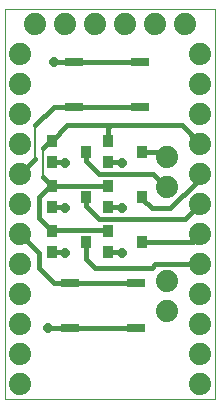
<source format=gtl>
G75*
%MOIN*%
%OFA0B0*%
%FSLAX24Y24*%
%IPPOS*%
%LPD*%
%AMOC8*
5,1,8,0,0,1.08239X$1,22.5*
%
%ADD10C,0.0000*%
%ADD11C,0.0740*%
%ADD12R,0.0354X0.0433*%
%ADD13R,0.0600X0.0300*%
%ADD14C,0.0160*%
%ADD15OC8,0.0317*%
%ADD16C,0.0080*%
D10*
X000125Y000125D02*
X000125Y013121D01*
X007120Y013121D01*
X007120Y000125D01*
X000125Y000125D01*
D11*
X000625Y000625D03*
X000625Y001625D03*
X000625Y002625D03*
X000625Y003625D03*
X000625Y004625D03*
X000625Y005625D03*
X000625Y006625D03*
X000625Y007625D03*
X000625Y008625D03*
X000625Y009625D03*
X000625Y010625D03*
X000625Y011625D03*
X001125Y012625D03*
X002125Y012625D03*
X003125Y012625D03*
X004125Y012625D03*
X005125Y012625D03*
X006125Y012625D03*
X006625Y011625D03*
X006625Y010625D03*
X006625Y009625D03*
X006625Y008625D03*
X006625Y007625D03*
X006625Y006625D03*
X006625Y005625D03*
X006625Y004625D03*
X006625Y003625D03*
X006625Y002625D03*
X006625Y001625D03*
X006625Y000625D03*
X005500Y003063D03*
X005500Y004063D03*
X005500Y007188D03*
X005500Y008188D03*
D12*
X004696Y008375D03*
X003554Y008017D03*
X003554Y008733D03*
X002821Y008375D03*
X003554Y007233D03*
X003554Y006517D03*
X003554Y005733D03*
X003554Y005017D03*
X002821Y005375D03*
X002821Y006875D03*
X001679Y006517D03*
X001679Y007233D03*
X001679Y008017D03*
X001679Y008733D03*
X001679Y005733D03*
X001679Y005017D03*
X004696Y005375D03*
X004696Y006875D03*
D13*
X004475Y004000D03*
X004475Y002500D03*
X002275Y002500D03*
X002275Y004000D03*
X002400Y009875D03*
X002400Y011375D03*
X004600Y011375D03*
X004600Y009875D03*
D14*
X002400Y009875D01*
X001750Y009875D01*
X001125Y009250D01*
X001608Y008733D02*
X001375Y008500D01*
X001125Y008125D02*
X000625Y007625D01*
X001250Y006875D02*
X001250Y006162D01*
X001679Y005733D01*
X001696Y005750D02*
X003500Y005750D01*
X003250Y006125D02*
X006125Y006125D01*
X006625Y006625D01*
X006500Y007375D02*
X006500Y007500D01*
X006625Y007625D01*
X006500Y007375D02*
X005625Y006500D01*
X005000Y006500D01*
X004696Y006804D01*
X004696Y006875D01*
X005063Y007625D02*
X005500Y007188D01*
X005063Y007625D02*
X003250Y007625D01*
X002821Y008054D01*
X002821Y008375D01*
X002196Y009250D02*
X001679Y008733D01*
X001679Y008017D02*
X002108Y008017D01*
X002125Y008000D01*
X001375Y007537D02*
X001679Y007233D01*
X003554Y007233D01*
X003554Y006517D02*
X003983Y006517D01*
X004000Y006500D01*
X003250Y006125D02*
X002821Y006554D01*
X002821Y006875D01*
X002125Y006500D02*
X002108Y006517D01*
X001679Y006517D01*
X001250Y006875D02*
X001608Y007233D01*
X000625Y005625D02*
X001250Y005000D01*
X001250Y004500D01*
X001750Y004000D01*
X002275Y004000D01*
X004475Y004000D01*
X005000Y004500D02*
X005125Y004625D01*
X006625Y004625D01*
X006375Y005375D02*
X006625Y005625D01*
X006375Y005375D02*
X004696Y005375D01*
X004000Y005000D02*
X003983Y005017D01*
X003554Y005017D01*
X003125Y004500D02*
X005000Y004500D01*
X004475Y002500D02*
X002275Y002500D01*
X001563Y002500D01*
X003125Y004500D02*
X002821Y004804D01*
X002821Y005375D01*
X002125Y005000D02*
X002108Y005017D01*
X001679Y005017D01*
X003554Y008017D02*
X003983Y008017D01*
X004000Y008000D01*
X003554Y008733D02*
X003554Y009179D01*
X003625Y009250D01*
X002196Y009250D01*
X003625Y009250D02*
X006000Y009250D01*
X006625Y008625D01*
X005500Y008188D02*
X005313Y008375D01*
X004696Y008375D01*
X004600Y011375D02*
X002400Y011375D01*
X001750Y011375D01*
D15*
X001750Y011375D03*
X002125Y008000D03*
X002125Y006500D03*
X002125Y005000D03*
X001563Y002500D03*
X004000Y005000D03*
X004000Y006500D03*
X004000Y008000D03*
D16*
X003500Y005750D02*
X003517Y005733D01*
X003554Y005733D01*
X001696Y005750D02*
X001679Y005733D01*
X001679Y007233D02*
X001608Y007233D01*
X001375Y007537D02*
X001375Y008500D01*
X001608Y008733D02*
X001679Y008733D01*
X001125Y009250D02*
X001125Y008125D01*
M02*

</source>
